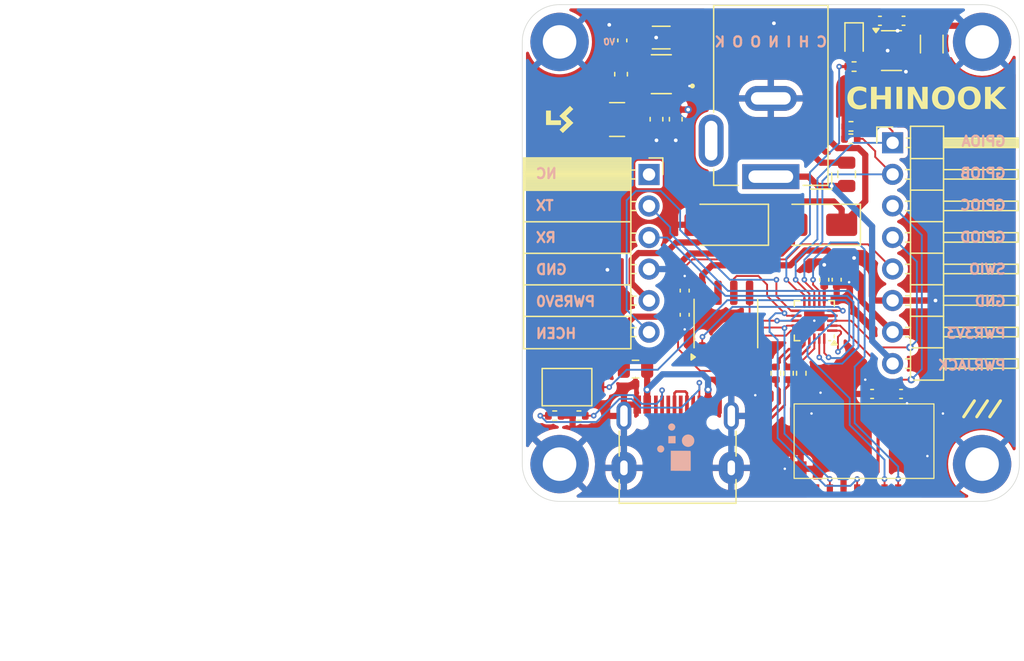
<source format=kicad_pcb>
(kicad_pcb (version 20240108) (generator "pcbnew") (generator_version "8.0")
  (layers (0 "F.Cu" signal) (31 "B.Cu" signal) (34 "B.Paste" user) (35 "F.Paste" user) (36 "B.SilkS" user "B.Silkscreen") (37 "F.SilkS" user "F.Silkscreen") (38 "B.Mask" user) (39 "F.Mask" user) (44 "Edge.Cuts" user))
  (net 0 "")
  (net 1 "/PWR3V3")
  (net 2 "GND")
  (net 3 "/MOSI")
  (net 4 "/SCK")
  (net 5 "/MISO")
  (net 6 "/RESET")
  (net 7 "Net-(U2-BST)")
  (net 8 "/LED")
  (net 9 "/PWRVBUS")
  (net 10 "Net-(D1-A)")
  (net 11 "/SW")
  (net 12 "/SWIO")
  (net 15 "Net-(U2-FB)")
  (net 16 "/UART_TX")
  (net 17 "/SS_PSRAM")
  (net 18 "/SS_SD")
  (net 19 "/UART_RX")
  (net 23 "/HCEN")
  (net 24 "/PWRJACK")
  (net 26 "/USB_CONN_DP")
  (net 27 "/USB_CONN_DN")
  (net 28 "/USB_CONN_CC2")
  (net 29 "/USB_CONN_CC1")
  (net 30 "/USB_DN")
  (net 31 "/USB_DP")
  (net 32 "/USB_DN_PU")
  (net 34 "/GPIOD")
  (net 35 "/GPIOA")
  (net 36 "/GPIOC")
  (net 37 "/GPIOB")
  (net 38 "/PWR5V0")
  (net 39 "/PWRBUCK")
  (net 40 "/PWRFJACK")
  (net 41 "/PWRFVBUS")
  (footprint "Package_DFN_QFN:QFN-20-1EP_3x3mm_P0.4mm_EP1.65x1.65mm" (layer "F.Cu") (at 123.5 125.45 180)
    (property "Reference" "U1" (hide yes))
    (property "Value" "CH32V003FxUx" (hide yes))
  )
  (footprint "LD-POWER:SOT95P280X100-6N" (layer "F.Cu") (at 111.19 105.6 180)
    (property "Reference" "U2" (hide yes))
    (property "Value" "AP62300TWU-7" (hide yes))
  )
  (footprint "LD-SWITCH:Button_2P_3x4mm" (layer "F.Cu") (at 103.6 130.8 180)
    (property "Reference" "SW1" (hide yes))
    (property "Value" "SW_Push" (hide yes))
  )
  (footprint "Connector_PinSocket_2.54mm:PinSocket_1x06_P2.54mm_Horizontal" (layer "F.Cu") (at 110.2 113.675)
    (property "Reference" "J4" (hide yes))
    (property "Value" "Conn_01x06_Socket" (hide yes))
  )
  (footprint "Connector_PinHeader_2.54mm:PinHeader_1x08_P2.54mm_Horizontal" (layer "F.Cu") (at 129.8 111.125)
    (property "Reference" "J5" (hide yes))
    (property "Value" "Conn_01x08_Pin" (hide yes))
  )
  (footprint "Resistor_SMD:R_0402_1005Metric" (layer "F.Cu") (at 104.56 133.1)
    (property "Reference" "R7" (hide yes))
    (property "Value" "5K1" (hide yes))
  )
  (footprint "LD-SDCARD:TF-018B-H15-HAND-SOLDER" (layer "F.Cu") (at 127.5 135.15)
    (property "Reference" "J2" (hide yes))
    (property "Value" "MICROSD" (hide yes))
  )
  (footprint "Package_SO:SOIC-8_3.9x4.9mm_P1.27mm" (layer "F.Cu") (at 116.385 125.675 90)
    (property "Reference" "U3" (hide yes))
    (property "Value" "ESP-PSRAM32" (hide yes))
  )
  (footprint "Capacitor_SMD:C_0402_1005Metric" (layer "F.Cu") (at 130.48 131.35)
    (property "Reference" "C4" (hide yes))
    (property "Value" "10uF" (hide yes))
  )
  (footprint "Capacitor_SMD:C_1206_3216Metric" (layer "F.Cu") (at 132.95 103.175 90)
    (property "Reference" "C13" (hide yes))
    (property "Value" "100uF" (hide yes))
  )
  (footprint "Inductor_SMD:L_1210_3225Metric" (layer "F.Cu") (at 107.63 109.25)
    (property "Reference" "L1" (hide yes))
    (property "Value" "3.3uH" (hide yes))
  )
  (footprint "Capacitor_SMD:C_1206_3216Metric" (layer "F.Cu") (at 111.18 102.65 180)
    (property "Reference" "C9" (hide yes))
    (property "Value" "10uF50v" (hide yes))
  )
  (footprint "Capacitor_SMD:C_0402_1005Metric" (layer "F.Cu") (at 124.3 122.15 90)
    (property "Reference" "C1" (hide yes))
    (property "Value" "100nF" (hide yes))
  )
  (footprint "Resistor_SMD:R_0402_1005Metric" (layer "F.Cu") (at 126.44 110.8 180)
    (property "Reference" "R6" (hide yes))
    (property "Value" "4.7K" (hide yes))
  )
  (footprint "Resistor_SMD:R_0402_1005Metric" (layer "F.Cu") (at 122.45 129.685 90)
    (property "Reference" "R5" (hide yes))
    (property "Value" "1K5" (hide yes))
  )
  (footprint "Diode_SMD:D_SMA" (layer "F.Cu") (at 123.7 117.725 180)
    (property "Reference" "D3" (hide yes))
    (property "Value" "DSS34" (hide yes))
  )
  (footprint "Package_SO:TSOP-5_1.65x3.05mm_P0.95mm" (layer "F.Cu") (at 129.71 103.7)
    (property "Reference" "U4" (hide yes))
    (property "Value" "NCP115" (hide yes))
  )
  (footprint "LED_SMD:LED_0603_1608Metric" (layer "F.Cu") (at 126.7 102.95 -90)
    (property "Reference" "D1" (hide yes))
    (property "Value" "LED" (hide yes))
  )
  (footprint "Capacitor_SMD:C_0402_1005Metric" (layer "F.Cu") (at 106.99 102.88 -90)
    (property "Reference" "R12" (hide yes))
    (property "Value" "10K" (hide yes))
  )
  (footprint "Capacitor_SMD:C_0402_1005Metric" (layer "F.Cu") (at 130.68 101.3 180)
    (property "Reference" "C14" (hide yes))
    (property "Value" "1uF" (hide yes))
  )
  (footprint "Capacitor_SMD:C_0402_1005Metric" (layer "F.Cu") (at 128.78 101.3)
    (property "Reference" "C6" (hide yes))
    (property "Value" "1uF" (hide yes))
  )
  (footprint "Connector_BarrelJack:BarrelJack_GCT_DCJ200-10-A_Horizontal" (layer "F.Cu") (at 120 113.85 180)
    (property "Reference" "J3" (hide yes))
    (property "Value" "Barrel_Jack" (hide yes))
  )
  (footprint "Capacitor_SMD:C_0402_1005Metric" (layer "F.Cu") (at 113.07 124.975 -90)
    (property "Reference" "C8" (hide yes))
    (property "Value" "1uF" (hide yes))
  )
  (footprint "MountingHole:MountingHole_2.7mm_M2.5_DIN965_Pad" (layer "F.Cu") (at 103 103)
    (property "Reference" "H1" (hide yes))
    (property "Value" "MountingHole_Pad" (hide yes))
  )
  (footprint "Fuse:Fuse_0805_2012Metric" (layer "F.Cu") (at 126.1 113.6625 90)
    (property "Reference" "F1" (hide yes))
    (property "Value" "500mA" (hide yes))
  )
  (footprint "MountingHole:MountingHole_2.7mm_M2.5_DIN965_Pad" (layer "F.Cu") (at 137 103)
    (property "Reference" "H2" (hide yes))
    (property "Value" "MountingHole_Pad" (hide yes))
  )
  (footprint "MountingHole:MountingHole_2.7mm_M2.5_DIN965_Pad" (layer "F.Cu") (at 103 137)
    (property "Reference" "H3" (hide yes))
    (property "Value" "MountingHole_Pad" (hide yes))
  )
  (footprint "LD-LOGO:lonesemi-3mm" (layer "F.Cu") (at 103 109.25)
    (property "Reference" "G***" (hide yes))
    (property "Value" "LOGO" (hide yes))
  )
  (footprint "Capacitor_SMD:C_0603_1608Metric" (layer "F.Cu") (at 110.8 109.225 -90)
    (property "Reference" "C11" (hide yes))
    (property "Value" "22uF" (hide yes))
  )
  (footprint "Fuse:Fuse_0805_2012Metric" (layer "F.Cu") (at 109.1125 129.35 180)
    (property "Reference" "F2" (hide yes))
    (property "Value" "500mA" (hide yes))
  )
  (footprint "Capacitor_SMD:C_0402_1005Metric" (layer "F.Cu") (at 125.3 122.15 -90)
    (property "Reference" "C2" (hide yes))
    (property "Value" "10uF" (hide yes))
  )
  (footprint "LD-CONNECTORS:USB_C_Receptacle_HRO_TYPE-C-31-M-12-BIG-PADS-PASTE" (layer "F.Cu") (at 112.5 136.25)
    (property "Reference" "J1" (hide yes))
    (property "Value" "USB_C_Receptacle_USB2.0_14P" (hide yes))
  )
  (footprint "Resistor_SMD:R_0402_1005Metric" (layer "F.Cu") (at 126.45 109.8 180)
    (property "Reference" "R4" (hide yes))
    (property "Value" "4.7K" (hide yes))
  )
  (footprint "Resistor_SMD:R_0402_1005Metric" (layer "F.Cu") (at 126.7 104.9875 180)
    (property "Reference" "R1" (hide yes))
    (property "Value" "1K5" (hide yes))
  )
  (footprint "Capacitor_SMD:C_0603_1608Metric" (layer "F.Cu") (at 107.95 105.6 -90)
    (property "Reference" "C10" (hide yes))
    (property "Value" "100nF50v" (hide yes))
  )
  (footprint "Capacitor_SMD:C_0603_1608Metric" (layer "F.Cu") (at 112.35 109.225 -90)
    (property "Reference" "C12" (hide yes))
    (property "Value" "22uF" (hide yes))
  )
  (footprint "Capacitor_SMD:C_0402_1005Metric" (layer "F.Cu") (at 128.15 131.35 180)
    (property "Reference" "C5" (hide yes))
    (property "Value" "100nF" (hide yes))
  )
  (footprint "Resistor_SMD:R_0402_1005Metric" (layer "F.Cu") (at 120.4 129.685 90)
    (property "Reference" "R3" (hide yes))
    (property "Value" "33R" (hide yes))
  )
  (footprint "MountingHole:MountingHole_2.7mm_M2.5_DIN965_Pad" (layer "F.Cu") (at 137 137)
    (property "Reference" "H4" (hide yes))
    (property "Value" "MountingHole_Pad" (hide yes))
  )
  (footprint "Resistor_SMD:R_0402_1005Metric" (layer "F.Cu") (at 121.425 129.685 90)
    (property "Reference" "R2" (hide yes))
    (property "Value" "33R" (hide yes))
  )
  (footprint "Diode_SMD:D_SMA" (layer "F.Cu") (at 116.3 117.725 180)
    (property "Reference" "D2" (hide yes))
    (property "Value" "DSS34" (hide yes))
  )
  (footprint "Resistor_SMD:R_0402_1005Metric" (layer "F.Cu") (at 102.61 133.1 180)
    (property "Reference" "R8" (hide yes))
    (property "Value" "5K1" (hide yes))
  )
  (footprint "Capacitor_SMD:C_0402_1005Metric" (layer "F.Cu") (at 108.05 102.88 90)
    (property "Reference" "R11" (hide yes))
    (property "Value" "56K2" (hide yes))
  )
  (footprint "Capacitor_SMD:C_0402_1005Metric" (layer "F.Cu") (at 113.07 123.025 90)
    (property "Reference" "C7" (hide yes))
    (property "Value" "100nF" (hide yes))
  )
  (footprint "LD-LOGO:ld-kicad" (layer "B.Cu") (at 112.5 135.69 180)
    (property "Reference" "G***" (hide yes))
    (property "Value" "LOGO")
  )
  (gr_arc (start 140 137) (mid 139.12132 139.12132) (end 137 140) (stroke (width 0.05)) (layer "Edge.Cuts"))
  (gr_line (start 137 140) (end 103 140) (stroke (width 0.05)) (layer "Edge.Cuts"))
  (gr_arc (start 103 140) (mid 100.87868 139.12132) (end 100 137) (stroke (width 0.05)) (layer "Edge.Cuts"))
  (gr_arc (start 137 100) (mid 139.12132 100.87868) (end 140 103) (stroke (width 0.05)) (layer "Edge.Cuts"))
  (gr_arc (start 100 103) (mid 100.87868 100.87868) (end 103 100) (stroke (width 0.05)) (layer "Edge.Cuts"))
  (gr_line (start 103 100) (end 137 100) (stroke (width 0.05)) (layer "Edge.Cuts"))
  (gr_line (start 140 103) (end 140 137) (stroke (width 0.05)) (layer "Edge.Cuts"))
  (gr_line (start 100 137) (end 100 103) (stroke (width 0.05)) (layer "Edge.Cuts"))
  (gr_text "C H I N O O K" (at 120 103 0) (layer "B.SilkS") (effects (font (size 0.8 0.8) (thickness 0.1875) (bold yes)) (justify mirror)))
  (gr_text "GPIOA\n\nGPIOB\n\nGPIOC\n\nGPIOD\n\nSWIO\n\nGND\n\nPWR3V3\n\nPWRJACK" (at 139 129.5 0) (layer "B.SilkS") (effects (font (size 0.8 0.8) (thickness 0.1875) (bold yes)) (justify left bottom mirror)))
  (gr_text "V0" (at 107 103 0) (layer "B.SilkS") (effects (font (size 0.5 0.5) (thickness 0.125) (bold yes)) (justify mirror)))
  (gr_text "NC\n\nTX\n\nRX\n\nGND\n\nPWR5V0\n\nHCEN" (at 101 126.95 0) (layer "B.SilkS") (effects (font (size 0.8 0.8) (thickness 0.1875) (bold yes)) (justify right bottom mirror)))
  (gr_text "///" (at 137 132.5 0) (layer "F.SilkS") (effects (font (size 1 1) (thickness 0.25) (bold yes))))
  (gr_text "CHINOOK" (at 132.475 107.675 0) (layer "F.SilkS") (effects (font (size 1.75 1.75))))
  (segment (start 114.48 123.2) (end 113.375 123.2) (width 0.25) (layer "F.Cu") (net 1))
  (segment (start 129.8 126.365) (end 127.25 123.815) (width 0.5) (layer "F.Cu") (net 1))
  (segment (start 126.975 121.6) (end 125.37 121.6) (width 0.5) (layer "F.Cu") (net 1))
  (segment (start 115.26 120.99) (end 121.56 120.99) (width 0.5) (layer "F.Cu") (net 1))
  (segment (start 113.07 124.495) (end 113.07 123.505) (width 0.25) (layer "F.Cu") (net 1))
  (segment (start 128.63 131.35) (end 130 131.35) (width 0.25) (layer "F.Cu") (net 1))
  (segment (start 114.48 123.2) (end 114.48 121.77) (width 0.5) (layer "F.Cu") (net 1))
  (segment (start 122.75 119.8) (end 124.6 119.8) (width 0.5) (layer "F.Cu") (net 1))
  (segment (start 121.56 120.99) (end 122.75 119.8) (width 0.5) (layer "F.Cu") (net 1))
  (segment (start 113.375 123.2) (end 113.07 123.505) (width 0.25) (layer "F.Cu") (net 1))
  (segment (start 125.3 120.5) (end 125.3 121.67) (width 0.5) (layer "F.Cu") (net 1))
  (segment (start 114.48 121.77) (end 115.26 120.99) (width 0.5) (layer "F.Cu") (net 1))
  (segment (start 124.6 119.8) (end 125.3 120.5) (width 0.5) (layer "F.Cu") (net 1))
  (segment (start 128.63 137.62) (end 128.4 137.85) (width 0.25) (layer "F.Cu") (net 1))
  (segment (start 131.16 102.46) (end 130.87 102.75) (width 0.5) (layer "F.Cu") (net 1))
  (segment (start 125.3 121.67) (end 125.26 121.67) (width 0.25) (layer "F.Cu") (net 1))
  (segment (start 125.37 121.6) (end 125.3 121.67) (width 0.5) (layer "F.Cu") (net 1))
  (segment (start 132.95 104.65) (end 132.77 104.65) (width 0.5) (layer "F.Cu") (net 1))
  (segment (start 131.16 102.46) (end 131.16 101.3) (width 0.5) (layer "F.Cu") (net 1))
  (segment (start 128.63 131.35) (end 128.63 137.62) (width 0.25) (layer "F.Cu") (net 1))
  (segment (start 124.3 124) (end 124.3 122.63) (width 0.25) (layer "F.Cu") (net 1))
  (segment (start 127.25 121.875) (end 126.975 121.6) (width 0.5) (layer "F.Cu") (net 1))
  (segment (start 127.25 123.815) (end 127.25 121.875) (width 0.5) (layer "F.Cu") (net 1))
  (segment (start 128.4 137.85) (end 128.4 139.125) (width 0.25) (layer "F.Cu") (net 1))
  (segment (start 125.26 121.67) (end 124.3 122.63) (width 0.25) (layer "F.Cu") (net 1))
  (segment (start 122.4 132.925) (end 123.275 132.925) (width 0.25) (layer "F.Cu") (net 2))
  (segment (start 113.07 122.545) (end 113.07 121.85) (width 0.25) (layer "F.Cu") (net 2))
  (segment (start 121.74 137.375) (end 121.125 137.375) (width 0.25) (layer "F.Cu") (net 2))
  (segment (start 132.6 132.925) (end 133.85 132.925) (width 0.25) (layer "F.Cu") (net 2))
  (segment (start 126.02 122.63) (end 126.3 122.35) (width 0.25) (layer "F.Cu") (net 2))
  (segment (start 124.3 121.67) (end 124.34 121.67) (width 0.25) (layer "F.Cu") (net 2))
  (segment (start 125.3 122.63) (end 126.02 122.63) (width 0.25) (layer "F.Cu") (net 2))
  (segment (start 106.99 101.635) (end 107 101.625) (width 0.5) (layer "F.Cu") (net 2))
  (segment (start 130.2 101.3) (end 130.2 102.1) (width 0.5) (layer "F.Cu") (net 2))
  (segment (start 113.07 125.455) (end 113.07 126.15) (width 0.25) (layer "F.Cu") (net 2))
  (segment (start 110.8 110) (end 110.8 110.925) (width 0.5) (layer "F.Cu") (net 2))
  (segment (start 124.95 125.05) (end 123.9 125.05) (width 0.25) (layer "F.Cu") (net 2))
  (segment (start 128.55 103.7) (end 128.2375 103.7) (width 0.25) (layer "F.Cu") (net 2))
  (segment (start 135.7 101.7) (end 137 103) (width 0.5) (layer "F.Cu") (net 2))
  (segment (start 130.87 104.65) (end 130.87 105.4) (width 0.5) (layer "F.Cu") (net 2))
  (segment (start 112.35 110) (end 112.35 110.925) (width 0.5) (layer "F.Cu") (net 2))
  (segment (start 112.38 106.55) (end 113.45 106.55) (width 0.5) (layer "F.Cu") (net 2))
  (segment (start 132.6 137.375) (end 132.6 136.35) (width 0.25) (layer "F.Cu") (net 2))
  (segment (start 106.99 102.4) (end 106.99 101.635) (width 0.5) (layer "F.Cu") (net 2))
  (segment (start 124.3 121.67) (end 124.3 120.95) (width 0.25) (layer "F.Cu") (net 2))
  (segment (start 129.8 123.825) (end 133.25 123.825) (width 0.5) (layer "F.Cu") (net 2))
  (segment (start 109.705 102.65) (end 110.775 102.65) (width 0.5) (layer "F.Cu") (net 2))
  (segment (start 132.95 101.7) (end 135.7 101.7) (width 0.5) (layer "F.Cu") (net 2))
  (segment (start 128.55 103.7) (end 129.4 103.7) (width 0.5) (layer "F.Cu") (net 2))
  (segment (start 128.2375 103.7) (end 126.7 102.1625) (width 0.25) (layer "F.Cu") (net 2))
  (segment (start 123.9 125.05) (end 123.5 125.45) (width 0.25) (layer "F.Cu") (net 2))
  (segment (start 130.96 131.35) (end 130.96 132.1) (width 0.25) (layer "F.Cu") (net 2))
  (via (at 130.2 102.1) (size 0.6) (drill 0.3) (layers "F.Cu" "B.Cu") (net 2))
  (via (at 124 131.25) (size 0.45) (drill 0.2) (layers "F.Cu" "B.Cu") (net 2))
  (via (at 127.6 130.2) (size 0.45) (drill 0.2) (layers "F.Cu" "B.Cu") (net 2))
  (via (at 123.5 125.45) (size 0.45) (drill 0.2) (layers "F.Cu" "B.Cu") (net 2))
  (via (at 133.25 123.825) (size 0.6) (drill 0.3) (layers "F.Cu" "B.Cu") (net 2))
  (via (at 113.07 121.85) (size 0.45) (drill 0.2) (layers "F.Cu" "B.Cu") (net 2))
  (via (at 130.96 132.1) (size 0.45) (drill 0.2) (layers "F.Cu" "B.Cu") (net 2))
  (via (at 113.07 126.15) (size 0.45) (drill 0.2) (layers "F.Cu" "B.Cu") (net 2))
  (via (at 106.85 121.35) (size 0.6) (drill 0.3) (layers "F.Cu" "B.Cu") (net 2))
  (via (at 124.3 120.95) (size 0.6) (drill 0.3) (layers "F.Cu" "B.Cu") (net 2))
  (via (at 112.35 110.925) (size 0.6) (drill 0.3) (layers "F.Cu" "B.Cu") (net 2))
  (via (at 126.7 120.4) (size 0.6) (drill 0.3) (layers "F.Cu" "B.Cu") (net 2))
  (via (at 113.45 106.55) (size 0.45) (drill 0.2) (layers "F.Cu" "B.Cu") (net 2))
  (via (at 120.25 101.5) (size 0.6) (drill 0.3) (layers "F.Cu" "B.Cu") (net 2))
  (via (at 118.75 131.45) (size 0.45) (drill 0.2) (layers "F.Cu" "B.Cu") (net 2))
  (via (at 107 101.625) (size 0.6) (drill 0.3) (layers "F.Cu" "B.Cu") (net 2))
  (via (at 126.3 122.35) (size 0.45) (drill 0.2) (layers "F.Cu" "B.Cu") (net 2))
  (via (at 121.125 137.375) (size 0.45) (drill 0.2) (layers "F.Cu" "B.Cu") (net 2))
  (via (at 110.8 110.925) (size 0.6) (drill 0.3) (layers "F.Cu" "B.Cu") (net 2))
  (via (at 123.275 132.925) (size 0.45) (drill 0.2) (layers "F.Cu" "B.Cu") (net 2))
  (via (at 132.6 136.35) (size 0.45) (drill 0.2) (layers "F.Cu" "B.Cu") (net 2))
  (via (at 129.4 103.7) (size 0.6) (drill 0.3) (layers "F.Cu" "B.Cu") (net 2))
  (via (at 133.85 132.925) (size 0.45) (drill 0.2) (layers "F.Cu" "B.Cu") (net 2))
  (via (at 110.775 102.65) (size 0.6) (drill 0.3) (layers "F.Cu" "B.Cu") (net 2))
  (via (at 130.87 105.4) (size 0.6) (drill 0.3) (layers "F.Cu" "B.Cu") (net 2))
  (segment (start 129.15 139.125) (end 129.15 138.2) (width 0.15) (layer "F.Cu") (net 3))
  (segment (start 118.29 124.89) (end 118.85 125.45) (width 0.15) (layer "F.Cu") (net 3))
  (segment (start 118.85 125.45) (end 120.5 125.45) (width 0.15) (layer "F.Cu") (net 3))
  (segment (start 118.29 123.2) (end 118.29 124.89) (width 0.15) (layer "F.Cu") (net 3))
  (segment (start 122.05 125.45) (end 120.5 125.45) (width 0.15) (layer "F.Cu") (net 3))
  (via (at 129.15 138.2) (size 0.45) (drill 0.2) (layers "F.Cu" "B.Cu") (net 3))
  (via (at 120.5 125.45) (size 0.45) (drill 0.2) (layers "F.Cu" "B.Cu") (net 3))
  (segment (start 120.5 125.45) (end 121.59 125.45) (width 0.15) (layer "B.Cu") (net 3))
  (segment (start 125.2 125) (end 125.2 125.35) (width 0.15) (layer "B.Cu") (net 3))
  (segment (start 124.84 124.64) (end 125.2 125) (width 0.15) (layer "B.Cu") (net 3))
  (segment (start 122.4 124.64) (end 124.84 124.64) (width 0.15) (layer "B.Cu") (net 3))
  (segment (start 121.59 125.45) (end 122.4 124.64) (width 0.15) (layer "B.Cu") (net 3))
  (segment (start 122.95 128.3) (end 126.35 131.7) (width 0.15) (layer "B.Cu") (net 3))
  (segment (start 126.35 131.7) (end 126.35 133.85) (width 0.15) (layer "B.Cu") (net 3))
  (segment (start 129.15 136.65) (end 129.15 138.2) (width 0.15) (layer "B.Cu") (net 3))
  (segment (start 125.2 125.35) (end 122.95 127.6) (width 0.15) (layer "B.Cu") (net 3))
  (segment (start 126.35 133.85) (end 129.15 136.65) (width 0.15) (layer "B.Cu") (net 3))
  (segment (start 122.95 127.6) (end 122.95 128.3) (width 0.15) (layer "B.Cu") (net 3))
  (segment (start 117.02 122.08) (end 117.02 123.2) (width 0.15) (layer "F.Cu") (net 4))
  (segment (start 121.3 125.05) (end 121.1 124.85) (width 0.15) (layer "F.Cu") (net 4))
  (segment (start 121.1 124.85) (end 119.7 123.45) (width 0.15) (layer "F.Cu") (net 4))
  (segment (start 126.95 139.125) (end 126.95 138.2) (width 0.15) (layer "F.Cu") (net 4))
  (segment (start 117.25 121.85) (end 117.02 122.08) (width 0.15) (layer "F.Cu") (net 4))
  (segment (start 122.05 125.05) (end 121.3 125.05) (width 0.15) (layer "F.Cu") (net 4))
  (segment (start 119 121.85) (end 117.25 121.85) (width 0.15) (layer "F.Cu") (net 4))
  (segment (start 119.7 122.55) (end 119 121.85) (width 0.15) (layer "F.Cu") (net 4))
  (segment (start 119.7 123.45) (end 119.7 122.55) (width 0.15) (layer "F.Cu") (net 4))
  (via (at 121.1 124.85) (size 0.45) (drill 0.2) (layers "F.Cu" "B.Cu") (net 4))
  (via (at 126.95 138.2) (size 0.45) (drill 0.2) (layers "F.Cu" "B.Cu") (net 4))
  (segment (start 120.014376 125.214376) (end 119.99 125.238751) (width 0.15) (layer "B.Cu") (net 4))
  (segment (start 119.9 125.328752) (end 119.9 126.35) (width 0.15) (layer "B.Cu") (net 4))
  (segment (start 120.378751 124.85) (end 120.014376 125.214376) (width 0.15) (layer "B.Cu") (net 4))
  (segment (start 120.014376 125.214376) (end 119.9 125.328752) (width 0.15) (layer "B.Cu") (net 4))
  (segment (start 120.55 127) (end 120.55 134.9) (width 0.15) (layer "B.Cu") (net 4))
  (segment (start 126.4 138.75) (end 126.95 138.2) (width 0.15) (layer "B.Cu") (net 4))
  (segment (start 119.9 125.328752) (end 119.868752 125.36) (width 0.15) (layer "B.Cu") (net 4))
  (segment (start 119.9 126.35) (end 120.55 127) (width 0.15) (layer "B.Cu") (net 4))
  (segment (start 121.1 124.85) (end 120.378751 124.85) (width 0.15) (layer "B.Cu") (net 4))
  (segment (start 124.4 138.75) (end 126.4 138.75) (width 0.15) (layer "B.Cu") (net 4))
  (segment (start 120.55 134.9) (end 124.4 138.75) (width 0.15) (layer "B.Cu") (net 4))
  (segment (start 116.45 126) (end 115.75 126.7) (width 0.15) (layer "F.Cu") (net 5))
  (segment (start 121.3 125.85) (end 121.1 126.05) (width 0.15) (layer "F.Cu") (net 5))
  (segment (start 121.1 126.05) (end 121.05 126) (width 0.15) (layer "F.Cu") (net 5))
  (segment (start 121.05 126) (end 116.45 126) (width 0.15) (layer "F.Cu") (net 5))
  (segment (start 122.05 125.85) (end 121.3 125.85) (width 0.15) (layer "F.Cu") (net 5))
  (segment (start 124.75 139.125) (end 124.75 138.2) (width 0.15) (layer "F.Cu") (net 5))
  (segment (start 115.75 126.7) (end 115.75 128.15) (width 0.15) (layer "F.Cu") (net 5))
  (via (at 124.75 138.2) (size 0.45) (drill 0.2) (layers "F.Cu" "B.Cu") (net 5))
  (via (at 121.1 126.05) (size 0.45) (drill 0.2) (layers "F.Cu" "B.Cu") (net 5))
  (segment (start 121.1 126.05) (end 121.1 134.55) (width 0.15) (layer "B.Cu") (net 5))
  (segment (start 121.1 134.55) (end 124.75 138.2) (width 0.15) (layer "B.Cu") (net 5))
  (segment (start 125.4 126.75) (end 125.4 127.95) (width 0.15) (layer "F.Cu") (net 6))
  (segment (start 125.65 126.35) (end 125.65 126.5) (width 0.15) (layer "F.Cu") (net 6))
  (segment (start 125.65 126.5) (end 125.4 126.75) (width 0.15) (layer "F.Cu") (net 6))
  (segment (start 124.95 126.25) (end 125.55 126.25) (width 0.15) (layer "F.Cu") (net 6))
  (segment (start 106.1 130.8) (end 107 130.8) (width 0.15) (layer "F.Cu") (net 6))
  (segment (start 125.55 126.25) (end 125.65 126.35) (width 0.15) (layer "F.Cu") (net 6))
  (via (at 107 130.8) (size 0.45) (drill 0.2) (layers "F.Cu" "B.Cu") (net 6))
  (via (at 125.4 127.95) (size 0.45) (drill 0.2) (layers "F.Cu" "B.Cu") (net 6))
  (segment (start 126.31 127.04) (end 126.31 124.11) (width 0.15) (layer "B.Cu") (net 6))
  (segment (start 126 123.8) (end 116.5 123.8) (width 0.15) (layer "B.Cu") (net 6))
  (segment (start 110.9 129.4) (end 108.4 129.4) (width 0.15) (layer "B.Cu") (net 6))
  (segment (start 126.31 124.11) (end 126 123.8) (width 0.15) (layer "B.Cu") (net 6))
  (segment (start 125.4 127.95) (end 126.31 127.04) (width 0.15) (layer "B.Cu") (net 6))
  (segment (start 108.4 129.4) (end 107 130.8) (width 0.15) (layer "B.Cu") (net 6))
  (segment (start 116.5 123.8) (end 110.9 129.4) (width 0.15) (layer "B.Cu") (net 6))
  (segment (start 109.185 106.55) (end 108.85 106.215) (width 0.5) (layer "F.Cu") (net 7))
  (segment (start 108.85 105.725) (end 107.95 104.825) (width 0.5) (layer "F.Cu") (net 7))
  (segment (start 110 106.55) (end 109.185 106.55) (width 0.5) (layer "F.Cu") (net 7))
  (segment (start 108.85 106.215) (end 108.85 105.725) (width 0.5) (layer "F.Cu") (net 7))
  (segment (start 122.1 123) (end 121.25 122.15) (width 0.15) (layer "F.Cu") (net 8))
  (segment (start 122.3 123) (end 122.1 123) (width 0.15) (layer "F.Cu") (net 8))
  (segment (start 122.7 123.4) (end 122.3 123) (width 0.15) (layer "F.Cu") (net 8))
  (segment (start 122.7 124) (end 122.7 123.4) (width 0.15) (layer "F.Cu") (net 8))
  (segment (start 126.19 104.9875) (end 125.5 104.9875) (width 0.25) (layer "F.Cu") (net 8))
  (via (at 121.25 122.15) (size 0.45) (drill 0.2) (layers "F.Cu" "B.Cu") (net 8))
  (via (at 125.5 104.9875) (size 0.45) (drill 0.2) (layers "F.Cu" "B.Cu") (net 8))
  (segment (start 121.25 120.4) (end 123.15 118.5) (width 0.15) (layer "B.Cu") (net 8))
  (segment (start 123.15 118.5) (end 123.15 113.5) (width 0.15) (layer "B.Cu") (net 8))
  (segment (start 123.15 113.5) (end 125.5 111.15) (width 0.15) (layer "B.Cu") (net 8))
  (segment (start 121.25 122.15) (end 121.25 120.4) (width 0.15) (layer "B.Cu") (net 8))
  (segment (start 125.5 111.15) (end 125.5 104.9875) (width 0.15) (layer "B.Cu") (net 8))
  (segment (start 111.375 125.125) (end 112.06 124.44) (width 0.5) (layer "F.Cu") (net 9))
  (segment (start 112.06 124.44) (end 112.06 121.466999) (width 0.5) (layer "F.Cu") (net 9))
  (segment (start 112.06 121.466999) (end 113.486999 120.04) (width 0.5) (layer "F.Cu") (net 9))
  (segment (start 108.175 125.925) (end 108.975 125.125) (width 0.5) (layer "F.Cu") (net 9))
  (segment (start 108.975 125.125) (end 111.375 125.125) (width 0.5) (layer "F.Cu") (net 9))
  (segment (start 120.86 120.04) (end 121.7 119.2) (width 0.5) (layer "F.Cu") (net 9))
  (segment (start 113.486999 120.04) (end 120.86 120.04) (width 0.5) (layer "F.Cu") (net 9))
  (segment (start 121.7 119.2) (end 121.7 117.725) (width 0.5) (layer "F.Cu") (net 9))
  (segment (start 108.175 129.35) (end 108.175 125.925) (width 0.5) (layer "F.Cu") (net 9))
  (segment (start 127.21 104.2475) (end 126.7 103.7375) (width 0.25) (layer "F.Cu") (net 10))
  (segment (start 127.21 104.9875) (end 127.21 104.2475) (width 0.25) (layer "F.Cu") (net 10))
  (segment (start 122.05 126.25) (end 121.621249 126.25) (width 0.15) (layer "F.Cu") (net 12))
  (segment (start 116.4 129.009486) (end 115.909486 129.5) (width 0.15) (layer "F.Cu") (net 12))
  (segment (start 116.75 126.65) (end 116.4 127) (width 0.15) (layer "F.Cu") (net 12))
  (segment (start 113.683751 120.515) (end 121.235 120.515) (width 0.15) (layer "F.Cu") (net 12))
  (segment (start 127.815 119.3) (end 129.8 121.285) (width 0.15) (layer "F.Cu") (net 12))
  (segment (start 114.320514 129.5) (end 112.535 127.714486) (width 0.15) (layer "F.Cu") (net 12))
  (segment (start 122.45 119.3) (end 127.815 119.3) (width 0.15) (layer "F.Cu") (net 12))
  (segment (start 112.535 121.663751) (end 113.683751 120.515) (width 0.15) (layer "F.Cu") (net 12))
  (segment (start 115.909486 129.5) (end 114.320514 129.5) (width 0.15) (layer "F.Cu") (net 12))
  (segment (start 112.535 127.714486) (end 112.535 121.663751) (width 0.15) (layer "F.Cu") (net 12))
  (segment (start 121.235 120.515) (end 122.45 119.3) (width 0.15) (layer "F.Cu") (net 12))
  (segment (start 116.4 127) (end 116.4 129.009486) (width 0.15) (layer "F.Cu") (net 12))
  (segment (start 121.221249 126.65) (end 116.75 126.65) (width 0.15) (layer "F.Cu") (net 12))
  (segment (start 121.621249 126.25) (end 121.221249 126.65) (width 0.15) (layer "F.Cu") (net 12))
  (segment (start 108.05 103.36) (end 108.359999 103.36) (width 0.5) (layer "F.Cu") (net 15))
  (segment (start 109.649999 104.65) (end 110 104.65) (width 0.5) (layer "F.Cu") (net 15))
  (segment (start 108.359999 103.36) (end 109.649999 104.65) (width 0.5) (layer "F.Cu") (net 15))
  (segment (start 108.05 103.36) (end 106.99 103.36) (width 0.5) (layer "F.Cu") (net 15))
  (segment (start 123.9 126.9) (end 123.9 128.4) (width 0.15) (layer "F.Cu") (net 16))
  (via (at 123.9 128.4) (size 0.45) (drill 0.2) (layers "F.Cu" "B.Cu") (net 16))
  (segment (start 116.55 123.05) (end 111.9 118.4) (width 0.15) (layer "B.Cu") (net 16))
  (segment (start 124.41 128.91) (end 125.74 128.91) (width 0.15) (layer "B.Cu") (net 16))
  (segment (start 127.05 127.6) (end 127.05 123.85) (width 0.15) (layer "B.Cu") (net 16))
  (segment (start 123.9 128.4) (end 124.41 128.91) (width 0.15) (layer "B.Cu") (net 16))
  (segment (start 127.05 123.85) (end 126.25 123.05) (width 0.15) (layer "B.Cu") (net 16))
  (segment (start 126.25 123.05) (end 116.55 123.05) (width 0.15) (layer "B.Cu") (net 16))
  (segment (start 111.9 117.915) (end 110.2 116.215) (width 0.15) (layer "B.Cu") (net 16))
  (segment (start 111.9 118.4) (end 111.9 117.915) (width 0.15) (layer "B.Cu") (net 16))
  (segment (start 125.74 128.91) (end 127.05 127.6) (width 0.15) (layer "B.Cu") (net 16))
  (segment (start 114.48 128.15) (end 114.48 126.77) (width 0.15) (layer "F.Cu") (net 17))
  (segment (start 114.48 126.77) (end 114.5 126.75) (width 0.15) (layer "F.Cu") (net 17))
  (segment (start 124.95 124.65) (end 125.8 124.65) (width 0.15) (layer "F.Cu") (net 17))
  (via (at 114.5 126.75) (size 0.45) (drill 0.2) (layers "F.Cu" "B.Cu") (net 17))
  (via (at 125.8 124.65) (size 0.45) (drill 0.2) (layers "F.Cu" "B.Cu") (net 17))
  (segment (start 116.91 124.34) (end 114.5 126.75) (width 0.15) (layer "B.Cu") (net 17))
  (segment (start 125.44 124.34) (end 116.91 124.34) (width 0.15) (layer "B.Cu") (net 17))
  (segment (start 125.75 124.65) (end 125.44 124.34) (width 0.15) (layer "B.Cu") (net 17))
  (segment (start 125.8 124.65) (end 125.75 124.65) (width 0.15) (layer "B.Cu") (net 17))
  (segment (start 123.4 122.560068) (end 123.4 122.15) (width 0.15) (layer "F.Cu") (net 18))
  (segment (start 130.25 139.125) (end 130.25 138.2) (width 0.15) (layer "F.Cu") (net 18))
  (segment (start 123.9 124) (end 123.9 123.060068) (width 0.15) (layer "F.Cu") (net 18))
  (segment (start 123.9 123.060068) (end 123.4 122.560068) (width 0.15) (layer "F.Cu") (net 18))
  (via (at 130.25 138.2) (size 0.45) (drill 0.2) (layers "F.Cu" "B.Cu") (net 18))
  (via (at 123.4 122.15) (size 0.45) (drill 0.2) (layers "F.Cu" "B.Cu") (net 18))
  (segment (start 127.55 128.35) (end 127.55 119.725) (width 0.15) (layer "B.Cu") (net 18))
  (segment (start 126.975 119.15) (end 124.8 119.15) (width 0.15) (layer "B.Cu") (net 18))
  (segment (start 126.75 133.7) (end 126.75 129.15) (width 0.15) (layer "B.Cu") (net 18))
  (segment (start 130.25 138.2) (end 130.25 137.2) (width 0.15) (layer "B.Cu") (net 18))
  (segment (start 123.4 120.55) (end 123.4 122.15) (width 0.15) (layer "B.Cu") (net 18))
  (segment (start 126.75 129.15) (end 127.55 128.35) (width 0.15) (layer "B.Cu") (net 18))
  (segment (start 127.55 119.725) (end 126.975 119.15) (width 0.15) (layer "B.Cu") (net 18))
  (segment (start 124.8 119.15) (end 123.4 120.55) (width 0.15) (layer "B.Cu") (net 18))
  (segment (start 130.25 137.2) (end 126.75 133.7) (width 0.15) (layer "B.Cu") (net 18))
  (segment (start 124.3 126.9) (end 124.3 128.05) (width 0.15) (layer "F.Cu") (net 19))
  (segment (start 124.3 128.05) (end 124.65 128.4) (width 0.15) (layer "F.Cu") (net 19))
  (via (at 124.65 128.4) (size 0.45) (drill 0.2) (layers "F.Cu" "B.Cu") (net 19))
  (segment (start 124.65 128.4) (end 124.71 128.46) (width 0.15) (layer "B.Cu") (net 19))
  (segment (start 126.15 123.45) (end 116.35 123.45) (width 0.15) (layer "B.Cu") (net 19))
  (segment (start 124.71 128.46) (end 125.64 128.46) (width 0.15) (layer "B.Cu") (net 19))
  (segment (start 126.65 123.95) (end 126.15 123.45) (width 0.15) (layer "B.Cu") (net 19))
  (segment (start 125.64 128.46) (end 126.65 127.45) (width 0.15) (layer "B.Cu") (net 19))
  (segment (start 116.35 123.45) (end 111.655 118.755) (width 0.15) (layer "B.Cu") (net 19))
  (segment (start 111.655 118.755) (end 110.2 118.755) (width 0.15) (layer "B.Cu") (net 19))
  (segment (start 126.65 127.45) (end 126.65 123.95) (width 0.15) (layer "B.Cu") (net 19))
  (segment (start 120.45 123.478751) (end 120.45 122.15) (width 0.15) (layer "F.Cu") (net 23))
  (segment (start 122.05 124.65) (end 121.621249 124.65) (width 0.15) (layer "F.Cu") (net 23))
  (segment (start 121.621249 124.65) (end 120.45 123.478751) (width 0.15) (layer "F.Cu") (net 23))
  (via (at 120.45 122.15) (size 0.45) (drill 0.2) (layers "F.Cu" "B.Cu") (net 23))
  (segment (start 109.15 115) (end 108.4 115.75) (width 0.15) (layer "B.Cu") (net 23))
  (segment (start 116.7 122.15) (end 112.7 118.15) (width 0.15) (layer "B.Cu") (net 23))
  (segment (start 120.45 122.15) (end 116.7 122.15) (width 0.15) (layer "B.Cu") (net 23))
  (segment (start 108.4 115.75) (end 108.4 124.575) (width 0.15) (layer "B.Cu") (net 23))
  (segment (start 112.7 116.55) (end 111.15 115) (width 0.15) (layer "B.Cu") (net 23))
  (segment (start 111.15 115) (end 109.15 115) (width 0.15) (layer "B.Cu") (net 23))
  (segment (start 108.4 124.575) (end 110.2 126.375) (width 0.15) (layer "B.Cu") (net 23))
  (segment (start 112.7 118.15) (end 112.7 116.55) (width 0.15) (layer "B.Cu") (net 23))
  (segment (start 124.025 112.725) (end 122.8 111.5) (width 0.5) (layer "F.Cu") (net 24))
  (segment (start 115.3 105.8) (end 114.15 104.65) (width 0.5) (layer "F.Cu") (net 24))
  (segment (start 126.1 112.725) (end 124.025 112.725) (width 0.5) (layer "F.Cu") (net 24))
  (segment (start 112.38 102.925) (end 112.655 102.65) (width 0.5) (layer "F.Cu") (net 24))
  (segment (start 114.15 104.65) (end 112.38 104.65) (width 0.5) (layer "F.Cu") (net 24))
  (segment (start 115.3 106.9) (end 115.3 105.8) (width 0.5) (layer "F.Cu") (net 24))
  (segment (start 122.8 111.5) (end 119.9 111.5) (width 0.5) (layer "F.Cu") (net 24))
  (segment (start 112.38 104.65) (end 112.38 102.925) (width 0.5) (layer "F.Cu") (net 24))
  (segment (start 119.9 111.5) (end 115.3 106.9) (width 0.5) (layer "F.Cu") (net 24))
  (segment (start 117.892156 134.9) (end 120.7125 132.079656) (width 0.2) (layer "F.Cu") (net 26))
  (segment (start 114.457844 134.9) (end 117.892156 134.9) (width 0.2) (layer "F.Cu") (net 26))
  (segment (start 120.4 130.675001) (end 120.4 130.195) (width 0.2) (layer "F.Cu") (net 26))
  (segment (start 113.2 133.342501) (end 113.2 133.642156) (width 0.2) (layer "F.Cu") (net 26))
  (segment (start 120.7125 132.079656) (end 120.7125 130.987501) (width 0.2) (layer "F.Cu") (net 26))
  (segment (start 113.2 133.642156) (end 114.457844 134.9) (width 0.2) (layer "F.Cu") (net 26))
  (segment (start 112.25 132.205) (end 112.25 131.28) (width 0.2) (layer "F.Cu") (net 26))
  (segment (start 113.25 132.205) (end 113.25 133.292501) (width 0.2) (layer "F.Cu") (net 26))
  (segment (start 112.38 131.15) (end 113.12 131.15) (width 0.2) (layer "F.Cu") (net 26))
  (segment (start 113.25 133.292501) (end 113.2 133.342501) (width 0.2) (layer "F.Cu") (net 26))
  (segment (start 113.25 131.28) (end 113.25 132.205) (width 0.2) (layer "F.Cu") (net 26))
  (segment (start 112.25 131.28) (end 112.38 131.15) (width 0.2) (layer "F.Cu") (net 26))
  (segment (start 120.7125 130.987501) (end 120.4 130.675001) (width 0.2) (layer "F.Cu") (net 26))
  (segment (start 113.12 131.15) (end 113.25 131.28) (width 0.2) (layer "F.Cu") (net 26))
  (segment (start 111.75 133.13) (end 111.912501 133.292501) (width 0.2) (layer "F.Cu") (net 27))
  (segment (start 112.75 133.292501) (end 112.8 133.342501) (width 0.2) (layer "F.Cu") (net 27))
  (segment (start 111.912501 133.292501) (end 112.75 133.292501) (width 0.2) (layer "F.Cu") (net 27))
  (segment (start 112.8 133.807844) (end 114.292156 135.3) (width 0.2) (layer "F.Cu") (net 27))
  (segment (start 111.75 132.205) (end 111.75 133.13) (width 0.2) (layer "F.Cu") (net 27))
  (segment (start 121.1125 132.245344) (end 121.1125 130.987501) (width 0.2) (layer "F.Cu") (net 27))
  (segment (start 121.425 130.675001) (end 121.425 130.195) (width 0.2) (layer "F.Cu") (net 27))
  (segment (start 121.1125 130.987501) (end 121.425 130.675001) (width 0.2) (layer "F.Cu") (net 27))
  (segment (start 112.75 132.205) (end 112.75 133.292501) (width 0.2) (layer "F.Cu") (net 27))
  (segment (start 114.292156 135.3) (end 118.057844 135.3) (width 0.2) (layer "F.Cu") (net 27))
  (segment (start 118.057844 135.3) (end 121.1125 132.245344) (width 0.2) (layer "F.Cu") (net 27))
  (segment (start 112.8 133.342501) (end 112.8 133.807844) (width 0.2) (layer "F.Cu") (net 27))
  (segment (start 102.1 133.1) (end 101.45 133.1) (width 0.15) (layer "F.Cu") (net 28))
  (segment (start 114.25 132.205) (end 114.25 130.45) (width 0.15) (layer "F.Cu") (net 28))
  (via (at 114.25 130.45) (size 0.45) (drill 0.2) (layers "F.Cu" "B.Cu") (net 28))
  (via (at 101.45 133.1) (size 0.45) (drill 0.2) (layers "F.Cu" "B.Cu") (net 28))
  (segment (start 101.96 133.61) (end 105.961249 133.61) (width 0.15) (layer "B.Cu") (net 28))
  (segment (start 101.45 133.1) (end 101.96 133.61) (width 0.15) (layer "B.Cu") (net 28))
  (segment (start 112.8 132.45) (end 114.25 131) (width 0.15) (layer "B.Cu") (net 28))
  (segment (start 114.25 131) (end 114.25 130.45) (width 0.15) (layer "B.Cu") (net 28))
  (segment (start 109.5 132.45) (end 112.8 132.45) (width 0.15) (layer "B.Cu") (net 28))
  (segment (start 107.826249 131.745) (end 108.795 131.745) (width 0.15) (layer "B.Cu") (net 28))
  (segment (start 108.795 131.745) (end 109.5 132.45) (width 0.15) (layer "B.Cu") (net 28))
  (segment (start 105.961249 133.61) (end 107.826249 131.745) (width 0.15) (layer "B.Cu") (net 28))
  (segment (start 105.07 133.1) (end 105.75 133.1) (width 0.15) (layer "F.Cu") (net 29))
  (segment (start 111.25 132.205) (end 111.25 131.05) (width 0.15) (layer "F.Cu") (net 29))
  (via (at 105.75 133.1) (size 0.45) (drill 0.2) (layers "F.Cu" "B.Cu") (net 29))
  (via (at 111.25 131.05) (size 0.45) (drill 0.2) (layers "F.Cu" "B.Cu") (net 29))
  (segment (start 109.624264 132.15) (end 110.8 132.15) (width 0.15) (layer "B.Cu") (net 29))
  (segment (start 110.8 132.15) (end 111.2 131.75) (width 0.15) (layer "B.Cu") (net 29))
  (segment (start 108.919264 131.445) (end 109.624264 132.15) (width 0.15) (layer "B.Cu") (net 29))
  (segment (start 107.405 131.445) (end 108.919264 131.445) (width 0.15) (layer "B.Cu") (net 29))
  (segment (start 111.2 131.65) (end 111.25 131.6) (width 0.15) (layer "B.Cu") (net 29))
  (segment (start 111.25 131.6) (end 111.25 131.05) (width 0.15) (layer "B.Cu") (net 29))
  (segment (start 105.75 133.1) (end 107.405 131.445) (width 0.15) (layer "B.Cu") (net 29))
  (segment (start 111.2 131.75) (end 111.2 131.65) (width 0.15) (layer "B.Cu") (net 29))
  (segment (start 121.43 129.175) (end 122.45 130.195) (width 0.2) (layer "F.Cu") (net 30))
  (segment (start 121.425 129.125) (end 121.425 129.175) (width 0.2) (layer "F.Cu") (net 30))
  (segment (start 121.615252 128.142592) (end 121.1125 128.645344) (width 0.2) (layer "F.Cu") (net 30))
  (segment (start 123.1 127.557844) (end 122.515252 128.142592) (width 0.2) (layer "F.Cu") (net 30))
  (segment (start 121.1125 128.645344) (end 121.1125 128.8125) (width 0.2) (layer "F.Cu") (net 30))
  (segment (start 121.1125 128.8125) (end 121.425 129.125) (width 0.2) (layer "F.Cu") (net 30))
  (segment (start 122.515252 128.142592) (end 121.615252 128.142592) (width 0.2) (layer "F.Cu") (net 30))
  (segment (start 123.1 126.9) (end 123.1 127.557844) (width 0.2) (layer "F.Cu") (net 30))
  (segment (start 121.425 129.175) (end 121.43 129.175) (width 0.2) (layer "F.Cu") (net 30))
  (segment (start 120.7125 128.8125) (end 120.4 129.125) (width 0.2) (layer "F.Cu") (net 31))
  (segment (start 122.349564 127.742592) (end 121.449564 127.742592) (width 0.2) (layer "F.Cu") (net 31))
  (segment (start 120.4 129.125) (end 120.4 129.175) (width 0.2) (layer "F.Cu") (net 31))
  (segment (start 121.449564 127.742592) (end 120.7125 128.479656) (width 0.2) (layer "F.Cu") (net 31))
  (segment (start 120.7125 128.479656) (end 120.7125 128.8125) (width 0.2) (layer "F.Cu") (net 31))
  (segment (start 122.7 127.392156) (end 122.349564 127.742592) (width 0.2) (layer "F.Cu") (net 31))
  (segment (start 122.7 126.9) (end 122.7 127.392156) (width 0.2) (layer "F.Cu") (net 31))
  (segment (start 123.5 127.7) (end 122.45 128.75) (width 0.15) (layer "F.Cu") (net 32))
  (segment (start 123.5 126.9) (end 123.5 127.7) (width 0.15) (layer "F.Cu") (net 32))
  (segment (start 122.45 128.75) (end 122.45 129.175) (width 0.15) (layer "F.Cu") (net 32))
  (segment (start 124.95 125.45) (end 126.45 125.45) (width 0.15) (layer "F.Cu") (net 34))
  (segment (start 128.6 127.6) (end 131.2 127.6) (width 0.15) (layer "F.Cu") (net 34))
  (segment (start 126.45 125.45) (end 128.6 127.6) (width 0.15) (layer "F.Cu") (net 34))
  (via (at 131.2 127.6) (size 0.6) (drill 0.3) (layers "F.Cu" "B.Cu") (net 34))
  (segment (start 131.75 120.695) (end 129.8 118.745) (width 0.15) (layer "B.Cu") (net 34))
  (segment (start 131.75 127.05) (end 131.75 120.695) (width 0.15) (layer "B.Cu") (net 34))
  (segment (start 131.2 127.6) (end 131.75 127.05) (width 0.15) (layer "B.Cu") (net 34))
  (segment (start 123.1 123.271249) (end 122 122.171249) (width 0.15) (layer "F.Cu") (net 35))
  (segment (start 126.96 109.8) (end 129.4 109.8) (width 0.15) (layer "F.Cu") (net 35))
  (segment (start 123.1 124) (end 123.1 123.271249) (width 0.15) (layer "F.Cu") (net 35))
  (segment (start 122 122.171249) (end 122 122.15) (width 0.15) (layer "F.Cu") (net 35))
  (segment (start 129.8 110.2) (end 129.8 111.125) (width 0.15) (layer "F.Cu") (net 35))
  (segment (start 129.4 109.8) (end 129.8 110.2) (width 0.15) (layer "F.Cu") (net 35))
  (via (at 122 122.15) (size 0.45) (drill 0.2) (layers "F.Cu" "B.Cu") (net 35))
  (segment (start 122 122.15) (end 122 120.65) (width 0.15) (layer "B.Cu") (net 35))
  (segment (start 126.625 111.125) (end 129.8 111.125) (width 0.15) (layer "B.Cu") (net 35))
  (segment (start 123.75 118.9) (end 123.75 114) (width 0.15) (layer "B.Cu") (net 35))
  (segment (start 123.75 114) (end 126.625 111.125) (width 0.15) (layer "B.Cu") (net 35))
  (segment (start 122 120.65) (end 123.75 118.9) (width 0.15) (layer "B.Cu") (net 35))
  (segment (start 124.95 125.85) (end 125.574264 125.85) (width 0.15) (layer "F.Cu") (net 36))
  (segment (start 128.95 130.2) (end 131.3 130.2) (width 0.15) (layer "F.Cu") (net 36))
  (segment (start 128.2 128.475736) (end 128.2 129.45) (width 0.15) (layer "F.Cu") (net 36))
  (segment (start 125.574264 125.85) (end 128.2 128.475736) (width 0.15) (layer "F.Cu") (net 36))
  (segment (start 128.2 129.45) (end 128.95 130.2) (width 0.15) (layer "F.Cu") (net 36))
  (via (at 131.3 130.2) (size 0.6) (drill 0.3) (layers "F.Cu" "B.Cu") (net 36))
  (segment (start 132.15 129.35) (end 132.15 118.555) (width 0.15) (layer "B.Cu") (net 36))
  (segment (start 131.3 130.2) (end 132.15 129.35) (width 0.15) (layer "B.Cu") (net 36))
  (segment (start 132.15 118.555) (end 129.8 116.205) (width 0.15) (layer "B.Cu") (net 36))
  (segment (start 126.95 110.8) (end 127.4 110.8) (width 0.15) (layer "F.Cu") (net 37))
  (segment (start 128.4 111.8) (end 128.4 112.265) (width 0.15) (layer "F.Cu") (net 37))
  (segment (start 123.5 123.084332) (end 122.7 122.284332) (width 0.15) (layer "F.Cu") (net 37))
  (segment (start 123.5 124) (end 123.5 123.084332) (width 0.15) (layer "F.Cu") (net 37))
  (segment (start 127.4 110.8) (end 128.4 111.8) (width 0.15) (layer "F.Cu") (net 37))
  (segment (start 128.4 112.265) (end 129.8 113.665) (width 0.15) (layer "F.Cu") (net 37))
  (segment (start 122.7 122.284332) (end 122.7 122.15) (width 0.15) (layer "F.Cu") (net 37))
  (via (at 122.7 122.15) (size 0.45) (drill 0.2) (layers "F.Cu" "B.Cu") (net 37))
  (segment (start 124.15 114.2) (end 124.685 113.665) (width 0.15) (layer "B.Cu") (net 37))
  (segment (start 122.7 122.15) (end 122.7 120.55) (width 0.15) (layer "B.Cu") (net 37))
  (segment (start 124.685 113.665) (end 129.8 113.665) (width 0.15) (layer "B.Cu") (net 37))
  (segment (start 122.7 120.55) (end 124.15 119.1) (width 0.15) (layer "B.Cu") (net 37))
  (segment (start 124.15 119.1) (end 124.15 114.2) (width 0.15) (layer "B.Cu") (net 37))
  (segment (start 127.6 112.1) (end 127.6 115.825) (width 0.5) (layer "F.Cu") (net 38))
  (segment (start 130.16 103.385197) (end 130.16 104.09) (width 0.5) (layer "F.Cu") (net 38))
  (segment (start 128.3 102.5) (end 128.55 102.75) (width 0.5) (layer "F.Cu") (net 38))
  (segment (start 130.16 104.09) (end 129.6 104.65) (width 0.5) (layer "F.Cu") (net 38))
  (segment (start 127.6 115.825) (end 125.7 117.725) (width 0.5) (layer "F.Cu") (net 38))
  (segment (start 124.4 110.6) (end 125.35 111.55) (width 0.5) (layer "F.Cu") (net 38))
  (segment (start 118.3 117.725) (end 118.3 116.55) (width 0.5) (layer "F.Cu") (net 38))
  (segment (start 112.4 119.15) (end 111.545 120.005) (width 0.5) (layer "F.Cu") (net 38))
  (segment (start 118.3 116.55) (end 119 115.85) (width 0.5) (layer "F.Cu") (net 38))
  (segment (start 128.275 101.275) (end 125.575 101.275) (width 0.5) (layer "F.Cu") (net 38))
  (segment (start 108.8 120.55) (end 108.8 122.435) (width 0.5) (layer "F.Cu") (net 38))
  (segment (start 118.025 117.725) (end 116.6 119.15) (width 0.5) (layer "F.Cu") (net 38))
  (segment (start 125.575 101.275) (end 124.4 102.45) (width 0.5) (layer "F.Cu") (net 38))
  (segment (start 125.35 111.55) (end 127.05 111.55) (width 0.5) (layer "F.Cu") (net 38))
  (segment (start 128.3 101.3) (end 128.3 102.5) (width 0.5) (layer "F.Cu") (net 38))
  (segment (start 116.6 119.15) (end 112.4 119.15) (width 0.5) (layer "F.Cu") (net 38))
  (segment (start 127.05 111.55) (end 127.6 112.1) (width 0.5) (layer "F.Cu") (net 38))
  (segment (start 129.524803 102.75) (end 130.16 103.385197) (width 0.5) (layer "F.Cu") (net 38))
  (segment (start 125.7 116.5) (end 125.7 117.725) (width 0.5) (layer "F.Cu") (net 38))
  (segment (start 125.05 115.85) (end 125.7 116.5) (width 0.5) (layer "F.Cu") (net 38))
  (segment (start 128.3 101.3) (end 128.275 101.275) (width 0.5) (layer "F.Cu") (net 38))
  (segment (start 124.4 102.45) (end 124.4 110.6) (width 0.5) (layer "F.Cu") (net 38))
  (segment (start 129.6 104.65) (end 128.55 104.65) (width 0.5) (layer "F.Cu") (net 38))
  (segment (start 118.3 117.725) (end 118.025 117.725) (width 0.5) (layer "F.Cu") (net 38))
  (segment (start 108.8 122.435) (end 110.2 123.835) (width 0.5) (layer "F.Cu") (net 38))
  (segment (start 119 115.85) (end 125.05 115.85) (width 0.5) (layer "F.Cu") (net 38))
  (segment (start 111.545 120.005) (end 109.345 120.005) (width 0.5) (layer "F.Cu") (net 38))
  (segment (start 109.345 120.005) (end 108.8 120.55) (width 0.5) (layer "F.Cu") (net 38))
  (segment (start 128.55 102.75) (end 129.524803 102.75) (width 0.5) (layer "F.Cu") (net 38))
  (segment (start 110.8 108.45) (end 112.35 108.45) (width 0.5) (layer "F.Cu") (net 39))
  (segment (start 112.35 108.45) (end 113.35 108.45) (width 0.5) (layer "F.Cu") (net 39))
  (segment (start 109.03 109.25) (end 110 109.25) (width 0.5) (layer "F.Cu") (net 39))
  (segment (start 110 109.25) (end 110.8 108.45) (width 0.5) (layer "F.Cu") (net 39))
  (via (at 113.35 108.45) (size 0.6) (drill 0.3) (layers "F.Cu" "B.Cu") (net 39))
  (segment (start 123.05 113.85) (end 123.8 114.6) (width 0.5) (layer "F.Cu") (net 40))
  (segment (start 120 113.85) (end 123.05 113.85) (width 0.5) (layer "F.Cu") (net 40))
  (segment (start 123.8 114.6) (end 124.95 114.6) (width 0.5) (layer "F.Cu") (net 40))
  (segment (start 124.95 114.6) (end 126.1 114.6) (width 0.5) (layer "F.Cu") (net 40))
  (via (at 124.9 114.6) (size 0.6) (drill 0.3) (layers "F.Cu" "B.Cu") (net 40))
  (segment (start 124.9 114.6) (end 128.15 117.85) (width 0.5) (layer "B.Cu") (net 40))
  (segment (start 128.15 117.85) (end 128.15 127.078248) (width 0.5) (layer "B.Cu") (net 40))
  (segment (start 128.15 127.078248) (end 129.8 128.728248) (width 0.5) (layer "B.Cu") (net 40))
  (segment (start 129.8 128.728248) (end 129.8 128.905) (width 0.5) (layer "B.Cu") (net 40))
  (segment (start 114.95 132.205) (end 114.95 131) (width 0.5) (layer "F.Cu") (net 41))
  (segment (start 110.05 131.15) (end 110.05 129.35) (width 0.5) (layer "F.Cu") (net 41))
  (segment (start 110.05 132.205) (end 110.05 131.15) (width 0.5) (layer "F.Cu") (net 41))
  (via (at 110.05 131) (size 0.6) (drill 0.3) (layers "F.Cu" "B.Cu") (net 41))
  (via (at 114.95 131) (size 0.6) (drill 0.3) (layers "F.Cu" "B.Cu") (net 41))
  (segment (start 114.95 130.181263) (end 114.95 131) (width 0.5) (layer "B.Cu") (net 41))
  (segment (start 110.05 131) (end 111.285 129.765) (width 0.5) (layer "B.Cu") (net 41))
  (segment (start 114.533737 129.765) (end 114.95 130.181263) (width 0.5) (layer "B.Cu") (net 41))
  (segment (start 111.285 129.765) (end 114.533737 129.765) (width 0.5) (layer "B.Cu") (net 41))
  (zone (net 11) (net_name "/SW") (layer "F.Cu") (priority 2) (connect_pads (clearance 0.254)) (min_thickness 0.25) (fill yes (thermal_gap 0.5) (thermal_bridge_width 0.5) (smoothing fillet) (radius 1))
    (polygon (pts (xy 105.75 105.5) (xy 112.35 105.5) (xy 112.35 111.25) (xy 105.75 111.25)))
  )
  (zone (net 39) (net_name "/PWRBUCK") (layer "F.Cu") (priority 1) (connect_pads (clearance 0.254)) (min_thickness 0.25) (fill yes (thermal_gap 0.5) (thermal_bridge_width 0.5) (smoothing fillet) (radius 1))
    (polygon (pts (xy 99.95 100.05) (xy 115 100.05) (xy 115 120.025) (xy 99.95 120.025)))
  )
  (zone (net 1) (net_name "/PWR3V3") (layer "F.Cu") (priority 3) (connect_pads (clearance 0.381)) (min_thickness 0.25) (fill yes (thermal_gap 0.5) (thermal_bridge_width 0.5) (smoothing fillet) (radius 1))
    (polygon (pts (xy 129.5 100) (xy 140 100) (xy 140 140) (xy 129.5 140)))
  )
  (zone (net 1) (net_name "/PWR3V3") (layer "F.Cu") (priority 3) (connect_pads (clearance 0.381)) (min_thickness 0.25) (fill yes (thermal_gap 0.5) (thermal_bridge_width 0.5) (smoothing fillet) (radius 1))
    (polygon (pts (xy 125.25 111.75) (xy 125.25 105.6) (xy 139.95 105.6) (xy 139.95 111.75)))
  )
  (zone (net 2) (net_name "GND") (layers "F.Cu" "B.Cu") (connect_pads (clearance 0.381)) (min_thickness 0.25) (fill yes (thermal_gap 0.5) (thermal_bridge_width 0.5) (smoothing fillet) (radius 1))
    (polygon (pts (xy 99.95 100.05) (xy 140 100.05) (xy 140 140) (xy 100 140) (xy 99.95 139.95)))
  )
)
</source>
